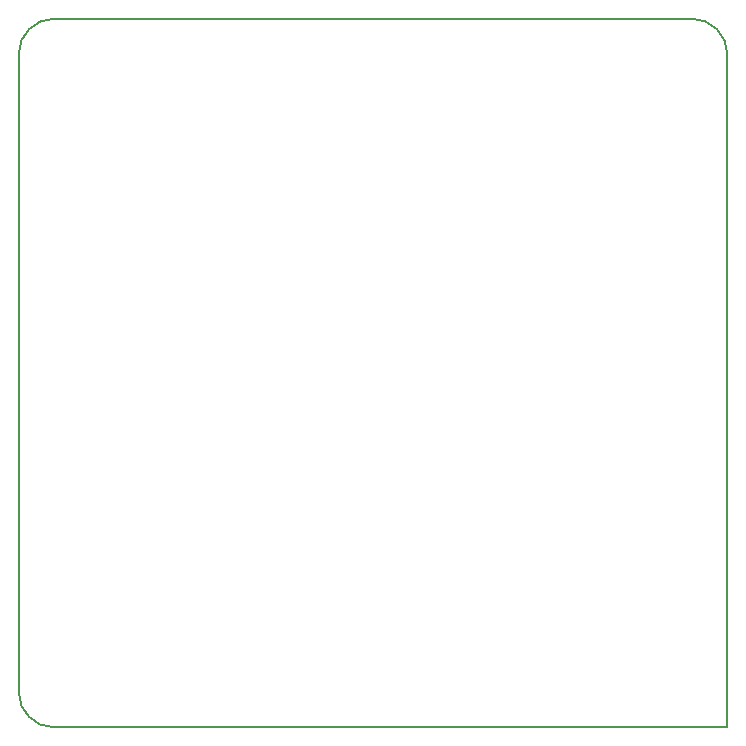
<source format=gbr>
G04 #@! TF.FileFunction,Profile,NP*
%FSLAX46Y46*%
G04 Gerber Fmt 4.6, Leading zero omitted, Abs format (unit mm)*
G04 Created by KiCad (PCBNEW 4.0.6) date 05/06/17 12:48:59*
%MOMM*%
%LPD*%
G01*
G04 APERTURE LIST*
%ADD10C,0.100000*%
%ADD11C,0.150000*%
G04 APERTURE END LIST*
D10*
D11*
X3000000Y0D02*
X57000000Y0D01*
X0Y-3000000D02*
X0Y-57000000D01*
X60000000Y-3000000D02*
X60000000Y-60000000D01*
X3000000Y-60000000D02*
X60000000Y-60000000D01*
X0Y-57000000D02*
G75*
G03X3000000Y-60000000I3000000J0D01*
G01*
X3000000Y0D02*
G75*
G03X0Y-3000000I0J-3000000D01*
G01*
X60000000Y-3000000D02*
G75*
G03X57000000Y0I-3000000J0D01*
G01*
M02*

</source>
